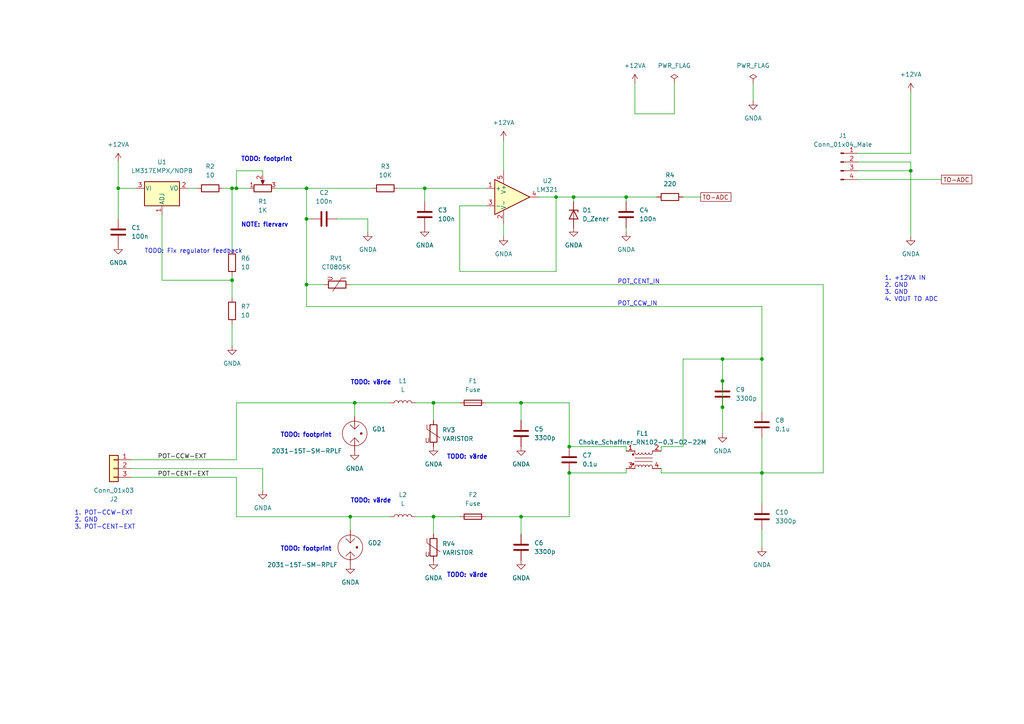
<source format=kicad_sch>
(kicad_sch (version 20230121) (generator eeschema)
  (paper "A4")
  (lib_symbols
    (symbol "Amplifier_Operational:LM321" (pin_names (offset 0.127))
      (property "Reference" "U" (at 0 7.62 0))
      (property "Value" "LM321" (at 0 5.08 0))
      (symbol "LM321_0_1"
        (polyline (pts (xy -5.08 5.08) (xy 5.08 0) (xy -5.08 -5.08) (xy -5.08 5.08)) (stroke (width 0.254)) (fill (type background)))
      )
      (symbol "LM321_1_1"
        (pin input line (at -7.62 2.54 0) (length 2.54) (name "+") (number "1"))
        (pin power_in line (at -2.54 -7.62 90) (length 3.81) (name "V-") (number "2"))
        (pin input line (at -7.62 -2.54 0) (length 2.54) (name "-") (number "3"))
        (pin output line (at 7.62 0 180) (length 2.54) (name "~") (number "4"))
        (pin power_in line (at -2.54 7.62 270) (length 3.81) (name "V+") (number "5"))
      )
    )
    (symbol "Connector:Conn_01x04_Male" (pin_names (offset 1.016) hide)
      (property "Reference" "J" (at 0 5.08 0))
      (property "Value" "Conn_01x04_Male" (at 0 -7.62 0))
      (symbol "Conn_01x04_Male_1_1"
        (polyline (pts (xy 1.27 -5.08) (xy 0.8636 -5.08)) (stroke (width 0.1524)))
        (polyline (pts (xy 1.27 -2.54) (xy 0.8636 -2.54)) (stroke (width 0.1524)))
        (polyline (pts (xy 1.27 0) (xy 0.8636 0)) (stroke (width 0.1524)))
        (polyline (pts (xy 1.27 2.54) (xy 0.8636 2.54)) (stroke (width 0.1524)))
        (rectangle (start 0.8636 -4.953) (end 0 -5.207) (stroke (width 0.1524)) (fill (type outline)))
        (rectangle (start 0.8636 -2.413) (end 0 -2.667) (stroke (width 0.1524)) (fill (type outline)))
        (rectangle (start 0.8636 0.127) (end 0 -0.127) (stroke (width 0.1524)) (fill (type outline)))
        (rectangle (start 0.8636 2.667) (end 0 2.413) (stroke (width 0.1524)) (fill (type outline)))
        (pin passive line (at 5.08 2.54 180) (length 3.81) (name "Pin_1") (number "1"))
        (pin passive line (at 5.08 0 180) (length 3.81) (name "Pin_2") (number "2"))
        (pin passive line (at 5.08 -2.54 180) (length 3.81) (name "Pin_3") (number "3"))
        (pin passive line (at 5.08 -5.08 180) (length 3.81) (name "Pin_4") (number "4"))
      )
    )
    (symbol "Connector_Generic:Conn_01x03" (pin_names (offset 1.016) hide)
      (property "Reference" "J" (at 0 5.08 0))
      (property "Value" "Conn_01x03" (at 0 -5.08 0))
      (symbol "Conn_01x03_1_1"
        (rectangle (start -1.27 -2.413) (end 0 -2.667) (stroke (width 0.1524)))
        (rectangle (start -1.27 0.127) (end 0 -0.127) (stroke (width 0.1524)))
        (rectangle (start -1.27 2.667) (end 0 2.413) (stroke (width 0.1524)))
        (rectangle (start -1.27 3.81) (end 1.27 -3.81) (stroke (width 0.254)) (fill (type background)))
        (pin passive line (at -5.08 2.54 0) (length 3.81) (name "Pin_1") (number "1"))
        (pin passive line (at -5.08 0 0) (length 3.81) (name "Pin_2") (number "2"))
        (pin passive line (at -5.08 -2.54 0) (length 3.81) (name "Pin_3") (number "3"))
      )
    )
    (symbol "Device:C" (pin_numbers hide) (pin_names (offset 0.254))
      (property "Reference" "C" (at 0.635 2.54 0))
      (property "Value" "C" (at 0.635 -2.54 0))
      (symbol "C_0_1"
        (polyline (pts (xy -2.032 -0.762) (xy 2.032 -0.762)) (stroke (width 0.508)))
        (polyline (pts (xy -2.032 0.762) (xy 2.032 0.762)) (stroke (width 0.508)))
      )
      (symbol "C_1_1"
        (pin passive line (at 0 3.81 270) (length 2.794) (name "~") (number "1"))
        (pin passive line (at 0 -3.81 90) (length 2.794) (name "~") (number "2"))
      )
    )
    (symbol "Device:D_Zener" (pin_numbers hide) (pin_names (offset 1.016) hide)
      (property "Reference" "D" (at 0 2.54 0))
      (property "Value" "D_Zener" (at 0 -2.54 0))
      (symbol "D_Zener_0_1"
        (polyline (pts (xy 1.27 0) (xy -1.27 0)))
        (polyline (pts (xy -1.27 -1.27) (xy -1.27 1.27) (xy -0.762 1.27)) (stroke (width 0.254)))
        (polyline (pts (xy 1.27 -1.27) (xy 1.27 1.27) (xy -1.27 0) (xy 1.27 -1.27)) (stroke (width 0.254)))
      )
      (symbol "D_Zener_1_1"
        (pin passive line (at -3.81 0 0) (length 2.54) (name "K") (number "1"))
        (pin passive line (at 3.81 0 180) (length 2.54) (name "A") (number "2"))
      )
    )
    (symbol "Device:Fuse" (pin_numbers hide) (pin_names (offset 0))
      (property "Reference" "F" (at 2.032 0 90))
      (property "Value" "Fuse" (at -1.905 0 90))
      (symbol "Fuse_0_1"
        (rectangle (start -0.762 -2.54) (end 0.762 2.54) (stroke (width 0.254)))
        (polyline (pts (xy 0 2.54) (xy 0 -2.54)))
      )
      (symbol "Fuse_1_1"
        (pin passive line (at 0 3.81 270) (length 1.27) (name "~") (number "1"))
        (pin passive line (at 0 -3.81 90) (length 1.27) (name "~") (number "2"))
      )
    )
    (symbol "Device:GDT_2Pin" (pin_numbers hide)
      (property "Reference" "GD" (at 5.08 0 90))
      (property "Value" "GDT_2Pin" (at 7.62 0 90))
      (symbol "GDT_2Pin_0_1"
        (polyline (pts (xy 0 -2.54) (xy 0 -1.27)))
        (polyline (pts (xy 0 -1.27) (xy -1.27 -2.54)))
        (polyline (pts (xy 0 -1.27) (xy 1.27 -2.54)))
        (polyline (pts (xy 0 1.27) (xy -1.27 2.54)))
        (polyline (pts (xy 0 1.27) (xy 1.27 2.54)))
        (polyline (pts (xy 0 2.54) (xy 0 1.27)))
        (circle (center 0 0) (radius 3.5814))
        (circle (center 1.905 0) (radius 0.127))
        (circle (center 1.905 0) (radius 0.127))
        (circle (center 1.905 0) (radius 0.2794))
        (circle (center 2.032 0) (radius 0.127))
      )
      (symbol "GDT_2Pin_1_1"
        (pin passive line (at 0 -5.08 90) (length 2.54) (name "~") (number "1"))
        (pin passive line (at 0 5.08 270) (length 2.54) (name "~") (number "3"))
      )
    )
    (symbol "Device:L" (pin_numbers hide) (pin_names (offset 1.016) hide)
      (property "Reference" "L" (at -1.27 0 90))
      (property "Value" "L" (at 1.905 0 90))
      (symbol "L_0_1"
        (arc (start 0 -2.54) (mid 0.6323 -1.905) (end 0 -1.27))
        (arc (start 0 -1.27) (mid 0.6323 -0.635) (end 0 0))
        (arc (start 0 0) (mid 0.6323 0.635) (end 0 1.27))
        (arc (start 0 1.27) (mid 0.6323 1.905) (end 0 2.54))
      )
      (symbol "L_1_1"
        (pin passive line (at 0 3.81 270) (length 1.27) (name "1") (number "1"))
        (pin passive line (at 0 -3.81 90) (length 1.27) (name "2") (number "2"))
      )
    )
    (symbol "Device:R" (pin_numbers hide) (pin_names (offset 0))
      (property "Reference" "R" (at 2.032 0 90))
      (property "Value" "R" (at 0 0 90))
      (symbol "R_0_1"
        (rectangle (start -1.016 -2.54) (end 1.016 2.54) (stroke (width 0.254)))
      )
      (symbol "R_1_1"
        (pin passive line (at 0 3.81 270) (length 1.27) (name "~") (number "1"))
        (pin passive line (at 0 -3.81 90) (length 1.27) (name "~") (number "2"))
      )
    )
    (symbol "Device:R_Potentiometer" (pin_names (offset 1.016) hide)
      (property "Reference" "RV" (at -4.445 0 90))
      (property "Value" "R_Potentiometer" (at -2.54 0 90))
      (symbol "R_Potentiometer_0_1"
        (polyline (pts (xy 2.54 0) (xy 1.524 0)))
        (polyline (pts (xy 1.143 0) (xy 2.286 0.508) (xy 2.286 -0.508) (xy 1.143 0)) (fill (type outline)))
        (rectangle (start 1.016 2.54) (end -1.016 -2.54) (stroke (width 0.254)))
      )
      (symbol "R_Potentiometer_1_1"
        (pin passive line (at 0 3.81 270) (length 1.27) (name "1") (number "1"))
        (pin passive line (at 3.81 0 180) (length 1.27) (name "2") (number "2"))
        (pin passive line (at 0 -3.81 90) (length 1.27) (name "3") (number "3"))
      )
    )
    (symbol "Device:Varistor" (pin_numbers hide) (pin_names (offset 0))
      (property "Reference" "RV" (at 3.175 0 90))
      (property "Value" "Varistor" (at -3.175 0 90))
      (symbol "Varistor_0_0"
        (text "U" (at -1.778 -2.032 0) (effects (font (size 1.27 1.27))))
      )
      (symbol "Varistor_0_1"
        (rectangle (start -1.016 -2.54) (end 1.016 2.54) (stroke (width 0.254)))
        (polyline (pts (xy -1.905 2.54) (xy -1.905 1.27) (xy 1.905 -1.27)))
      )
      (symbol "Varistor_1_1"
        (pin passive line (at 0 3.81 270) (length 1.27) (name "~") (number "1"))
        (pin passive line (at 0 -3.81 90) (length 1.27) (name "~") (number "2"))
      )
    )
    (symbol "Filter:Choke_Schaffner_RN102-0.3-02-22M" (pin_names hide)
      (property "Reference" "FL" (at 0 5.08 0))
      (property "Value" "Choke_Schaffner_RN102-0.3-02-22M" (at 0 -5.08 0))
      (symbol "Choke_Schaffner_RN102-0.3-02-22M_1_1"
        (circle (center -3.048 -1.27) (radius 0.254) (fill (type outline)))
        (circle (center -3.048 1.524) (radius 0.254) (fill (type outline)))
        (arc (start -2.54 2.032) (mid -2.032 1.5262) (end -1.524 2.032))
        (arc (start -1.524 -2.032) (mid -2.032 -1.5262) (end -2.54 -2.032))
        (arc (start -1.524 2.032) (mid -1.016 1.5262) (end -0.508 2.032))
        (arc (start -0.508 -2.032) (mid -1.016 -1.5262) (end -1.524 -2.032))
        (arc (start -0.508 2.032) (mid 0 1.5262) (end 0.508 2.032))
        (polyline (pts (xy -2.54 -2.032) (xy -2.54 -2.54)))
        (polyline (pts (xy -2.54 0.508) (xy 2.54 0.508)))
        (polyline (pts (xy -2.54 2.032) (xy -2.54 2.54)))
        (polyline (pts (xy 2.54 -2.032) (xy 2.54 -2.54)))
        (polyline (pts (xy 2.54 -0.508) (xy -2.54 -0.508)))
        (polyline (pts (xy 2.54 2.54) (xy 2.54 2.032)))
        (arc (start 0.508 -2.032) (mid 0 -1.5262) (end -0.508 -2.032))
        (arc (start 0.508 2.032) (mid 1.016 1.5262) (end 1.524 2.032))
        (arc (start 1.524 -2.032) (mid 1.016 -1.5262) (end 0.508 -2.032))
        (arc (start 1.524 2.032) (mid 2.032 1.5262) (end 2.54 2.032))
        (arc (start 2.54 -2.032) (mid 2.032 -1.5262) (end 1.524 -2.032))
        (pin passive line (at -5.08 2.54 0) (length 2.54) (name "1") (number "1"))
        (pin passive line (at 5.08 2.54 180) (length 2.54) (name "2") (number "2"))
        (pin passive line (at -5.08 -2.54 0) (length 2.54) (name "3") (number "3"))
        (pin passive line (at 5.08 -2.54 180) (length 2.54) (name "4") (number "4"))
      )
    )
    (symbol "Regulator_Linear:LM317_SOT-223" (pin_names (offset 0.254))
      (property "Reference" "U" (at -3.81 3.175 0))
      (property "Value" "LM317_SOT-223" (at 0 3.175 0))
      (symbol "LM317_SOT-223_0_1"
        (rectangle (start -5.08 1.905) (end 5.08 -5.08) (stroke (width 0.254)) (fill (type background)))
      )
      (symbol "LM317_SOT-223_1_1"
        (pin input line (at 0 -7.62 90) (length 2.54) (name "ADJ") (number "1"))
        (pin power_out line (at 7.62 0 180) (length 2.54) (name "VO") (number "2"))
        (pin power_in line (at -7.62 0 0) (length 2.54) (name "VI") (number "3"))
      )
    )
    (symbol "power:+12VA" (power) (pin_names (offset 0))
      (property "Value" "+12VA" (at 0 3.556 0))
      (symbol "+12VA_0_1"
        (polyline (pts (xy -0.762 1.27) (xy 0 2.54)))
        (polyline (pts (xy 0 0) (xy 0 2.54)))
        (polyline (pts (xy 0 2.54) (xy 0.762 1.27)))
      )
      (symbol "+12VA_1_1"
        (pin power_in line (at 0 0 90) (length 0) hide (name "+12VA") (number "1"))
      )
    )
    (symbol "power:GNDA" (power) (pin_names (offset 0))
      (property "Value" "GNDA" (at 0 -3.81 0))
      (symbol "GNDA_0_1"
        (polyline (pts (xy 0 0) (xy 0 -1.27) (xy 1.27 -1.27) (xy 0 -2.54) (xy -1.27 -1.27) (xy 0 -1.27)))
      )
      (symbol "GNDA_1_1"
        (pin power_in line (at 0 0 270) (length 0) hide (name "GNDA") (number "1"))
      )
    )
    (symbol "power:PWR_FLAG" (power) (pin_numbers hide) (pin_names (offset 0) hide)
      (property "Value" "PWR_FLAG" (at 0 3.81 0))
      (symbol "PWR_FLAG_0_0"
        (pin power_out line (at 0 0 90) (length 0) (name "pwr") (number "1"))
      )
      (symbol "PWR_FLAG_0_1"
        (polyline (pts (xy 0 0) (xy 0 1.27) (xy -1.016 1.905) (xy 0 2.54) (xy 1.016 1.905) (xy 0 1.27)))
      )
    )
  )
  (junction (at 264.16 49.53))
  (junction (at 88.9 54.61))
  (junction (at 220.98 104.14))
  (junction (at 125.73 149.86))
  (junction (at 161.29 57.15))
  (junction (at 151.13 116.84))
  (junction (at 165.1 137.16))
  (junction (at 68.58 54.61))
  (junction (at 181.61 57.15))
  (junction (at 165.1 129.54))
  (junction (at 209.55 104.14))
  (junction (at 151.13 149.86))
  (junction (at 102.87 116.84))
  (junction (at 209.55 118.11))
  (junction (at 34.29 54.61))
  (junction (at 88.9 82.55))
  (junction (at 125.73 116.84))
  (junction (at 209.55 110.49))
  (junction (at 67.31 81.28))
  (junction (at 220.98 137.16))
  (junction (at 67.31 54.61))
  (junction (at 88.9 63.5))
  (junction (at 123.19 54.61))
  (junction (at 101.6 149.86))
  (junction (at 166.37 57.15))
  (wire (pts (xy 181.61 57.15) (xy 190.5 57.15)))
  (wire (pts (xy 46.99 81.28) (xy 67.31 81.28)))
  (wire (pts (xy 191.77 137.16) (xy 191.77 135.89)))
  (wire (pts (xy 115.57 54.61) (xy 123.19 54.61)))
  (wire (pts (xy 68.58 54.61) (xy 72.39 54.61)))
  (wire (pts (xy 191.77 137.16) (xy 220.98 137.16)))
  (wire (pts (xy 191.77 129.54) (xy 191.77 130.81)))
  (wire (pts (xy 264.16 46.99) (xy 264.16 49.53)))
  (wire (pts (xy 68.58 116.84) (xy 102.87 116.84)))
  (wire (pts (xy 88.9 54.61) (xy 107.95 54.61)))
  (wire (pts (xy 161.29 57.15) (xy 161.29 78.74)))
  (wire (pts (xy 161.29 57.15) (xy 156.21 57.15)))
  (wire (pts (xy 140.97 116.84) (xy 151.13 116.84)))
  (wire (pts (xy 76.2 50.8) (xy 76.2 49.53)))
  (wire (pts (xy 195.58 33.02) (xy 184.15 33.02)))
  (wire (pts (xy 181.61 137.16) (xy 181.61 135.89)))
  (wire (pts (xy 125.73 149.86) (xy 120.65 149.86)))
  (wire (pts (xy 123.19 54.61) (xy 123.19 58.42)))
  (wire (pts (xy 67.31 54.61) (xy 68.58 54.61)))
  (wire (pts (xy 67.31 93.98) (xy 67.31 100.33)))
  (wire (pts (xy 151.13 149.86) (xy 165.1 149.86)))
  (wire (pts (xy 181.61 57.15) (xy 181.61 58.42)))
  (wire (pts (xy 220.98 127) (xy 220.98 137.16)))
  (wire (pts (xy 209.55 104.14) (xy 209.55 110.49)))
  (wire (pts (xy 133.35 59.69) (xy 133.35 78.74)))
  (wire (pts (xy 90.17 63.5) (xy 88.9 63.5)))
  (wire (pts (xy 248.92 44.45) (xy 264.16 44.45)))
  (wire (pts (xy 38.1 138.43) (xy 68.58 138.43)))
  (wire (pts (xy 101.6 149.86) (xy 113.03 149.86)))
  (wire (pts (xy 34.29 54.61) (xy 39.37 54.61)))
  (wire (pts (xy 184.15 33.02) (xy 184.15 24.13)))
  (wire (pts (xy 125.73 116.84) (xy 125.73 121.92)))
  (wire (pts (xy 54.61 54.61) (xy 57.15 54.61)))
  (wire (pts (xy 209.55 110.49) (xy 209.55 118.11)))
  (wire (pts (xy 67.31 54.61) (xy 67.31 72.39)))
  (wire (pts (xy 140.97 59.69) (xy 133.35 59.69)))
  (wire (pts (xy 146.05 40.64) (xy 146.05 49.53)))
  (wire (pts (xy 46.99 81.28) (xy 46.99 62.23)))
  (wire (pts (xy 195.58 24.13) (xy 195.58 33.02)))
  (wire (pts (xy 101.6 82.55) (xy 238.76 82.55)))
  (wire (pts (xy 198.12 57.15) (xy 203.2 57.15)))
  (wire (pts (xy 264.16 26.67) (xy 264.16 44.45)))
  (wire (pts (xy 248.92 46.99) (xy 264.16 46.99)))
  (wire (pts (xy 102.87 116.84) (xy 102.87 120.65)))
  (wire (pts (xy 120.65 116.84) (xy 125.73 116.84)))
  (wire (pts (xy 68.58 138.43) (xy 68.58 149.86)))
  (wire (pts (xy 165.1 149.86) (xy 165.1 137.16)))
  (wire (pts (xy 218.44 24.13) (xy 218.44 29.21)))
  (wire (pts (xy 151.13 116.84) (xy 151.13 121.92)))
  (wire (pts (xy 88.9 88.9) (xy 220.98 88.9)))
  (wire (pts (xy 123.19 54.61) (xy 140.97 54.61)))
  (wire (pts (xy 34.29 46.99) (xy 34.29 54.61)))
  (wire (pts (xy 209.55 104.14) (xy 198.12 104.14)))
  (wire (pts (xy 209.55 118.11) (xy 209.55 125.73)))
  (wire (pts (xy 125.73 116.84) (xy 133.35 116.84)))
  (wire (pts (xy 106.68 63.5) (xy 106.68 67.31)))
  (wire (pts (xy 248.92 52.07) (xy 273.05 52.07)))
  (wire (pts (xy 68.58 49.53) (xy 68.58 54.61)))
  (wire (pts (xy 76.2 49.53) (xy 68.58 49.53)))
  (wire (pts (xy 38.1 135.89) (xy 76.2 135.89)))
  (wire (pts (xy 64.77 54.61) (xy 67.31 54.61)))
  (wire (pts (xy 198.12 129.54) (xy 191.77 129.54)))
  (wire (pts (xy 220.98 104.14) (xy 209.55 104.14)))
  (wire (pts (xy 151.13 116.84) (xy 165.1 116.84)))
  (wire (pts (xy 181.61 129.54) (xy 181.61 130.81)))
  (wire (pts (xy 106.68 63.5) (xy 97.79 63.5)))
  (wire (pts (xy 334.01 60.96) (xy 320.04 60.96)))
  (wire (pts (xy 67.31 81.28) (xy 67.31 86.36)))
  (wire (pts (xy 68.58 149.86) (xy 101.6 149.86)))
  (wire (pts (xy 220.98 137.16) (xy 220.98 146.05)))
  (wire (pts (xy 264.16 49.53) (xy 248.92 49.53)))
  (wire (pts (xy 133.35 78.74) (xy 161.29 78.74)))
  (wire (pts (xy 334.01 73.66) (xy 334.01 77.47)))
  (wire (pts (xy 76.2 135.89) (xy 76.2 142.24)))
  (wire (pts (xy 334.01 66.04) (xy 334.01 60.96)))
  (wire (pts (xy 102.87 116.84) (xy 113.03 116.84)))
  (wire (pts (xy 165.1 116.84) (xy 165.1 129.54)))
  (wire (pts (xy 165.1 137.16) (xy 181.61 137.16)))
  (wire (pts (xy 88.9 63.5) (xy 88.9 82.55)))
  (wire (pts (xy 34.29 54.61) (xy 34.29 63.5)))
  (wire (pts (xy 146.05 68.58) (xy 146.05 64.77)))
  (wire (pts (xy 165.1 129.54) (xy 181.61 129.54)))
  (wire (pts (xy 166.37 57.15) (xy 166.37 58.42)))
  (wire (pts (xy 80.01 54.61) (xy 88.9 54.61)))
  (wire (pts (xy 140.97 149.86) (xy 151.13 149.86)))
  (wire (pts (xy 101.6 149.86) (xy 101.6 153.67)))
  (wire (pts (xy 125.73 154.94) (xy 125.73 149.86)))
  (wire (pts (xy 166.37 57.15) (xy 181.61 57.15)))
  (wire (pts (xy 93.98 82.55) (xy 88.9 82.55)))
  (wire (pts (xy 264.16 49.53) (xy 264.16 68.58)))
  (wire (pts (xy 198.12 104.14) (xy 198.12 129.54)))
  (wire (pts (xy 161.29 57.15) (xy 166.37 57.15)))
  (wire (pts (xy 220.98 88.9) (xy 220.98 104.14)))
  (wire (pts (xy 220.98 104.14) (xy 220.98 119.38)))
  (wire (pts (xy 38.1 133.35) (xy 68.58 133.35)))
  (wire (pts (xy 238.76 82.55) (xy 238.76 137.16)))
  (wire (pts (xy 67.31 80.01) (xy 67.31 81.28)))
  (wire (pts (xy 181.61 67.31) (xy 181.61 66.04)))
  (wire (pts (xy 68.58 133.35) (xy 68.58 116.84)))
  (wire (pts (xy 220.98 153.67) (xy 220.98 158.75)))
  (wire (pts (xy 88.9 82.55) (xy 88.9 88.9)))
  (wire (pts (xy 125.73 149.86) (xy 133.35 149.86)))
  (wire (pts (xy 151.13 149.86) (xy 151.13 154.94)))
  (wire (pts (xy 238.76 137.16) (xy 220.98 137.16)))
  (wire (pts (xy 88.9 54.61) (xy 88.9 63.5)))
  (text "POT_CCW_IN" (at 179.07 88.9 0) (effects (font (size 1.27 1.27)) (justify left bottom)))
  (text "1. +12VA IN\n2. GND\n3. GND\n4. VOUT TO ADC" (at 256.54 87.63 0) (effects (font (size 1.27 1.27)) (justify left bottom)))
  (text "TODO: Fix regulator feedback\n" (at 41.91 73.66 0) (effects (font (size 1.27 1.27)) (justify left bottom)))
  (text "NOTE: flervarv" (at 69.85 66.04 0) (effects (font (size 1.27 1.27) (thickness 0.254) bold) (justify left bottom)))
  (text "TODO: värde" (at 101.6 146.05 0) (effects (font (size 1.27 1.27) (thickness 0.254) bold) (justify left bottom)))
  (text "TODO: footprint" (at 81.28 160.02 0) (effects (font (size 1.27 1.27) (thickness 0.254) bold) (justify left bottom)))
  (text "TODO: värde" (at 129.54 167.64 0) (effects (font (size 1.27 1.27) (thickness 0.254) bold) (justify left bottom)))
  (text "1. POT-CCW-EXT\n2. GND\n3. POT-CENT-EXT" (at 21.59 153.67 0) (effects (font (size 1.27 1.27)) (justify left bottom)))
  (text "POT_CENT_IN\n" (at 179.07 82.55 0) (effects (font (size 1.27 1.27)) (justify left bottom)))
  (text "TODO: värde" (at 129.54 133.35 0) (effects (font (size 1.27 1.27) (thickness 0.254) bold) (justify left bottom)))
  (text "TODO: footprint" (at 81.28 127 0) (effects (font (size 1.27 1.27) (thickness 0.254) bold) (justify left bottom)))
  (text "TODO: footprint" (at 69.85 46.99 0) (effects (font (size 1.27 1.27) (thickness 0.254) bold) (justify left bottom)))
  (text "TODO: värde" (at 101.6 111.76 0) (effects (font (size 1.27 1.27) (thickness 0.254) bold) (justify left bottom)))
  (label "POT-CENT-EXT" (at 45.72 138.43 0))
  (label "POT-CCW-EXT" (at 45.72 133.35 0))
  (global_label "TO-ADC" (shape passive) (at 273.05 52.07 0) (property "Intersheetrefs" "${INTERSHEET_REFS}" (effects hide)))
  (global_label "TO-ADC" (shape passive) (at 203.2 57.15 0) (property "Intersheetrefs" "${INTERSHEET_REFS}" (effects hide)))
  (global_label "TO-ADC" (shape passive) (at 320.04 60.96 180) (property "Intersheetrefs" "${INTERSHEET_REFS}" (effects hide)))
  (symbol (lib_id "power:GNDA") (at 209.55 125.73 0) (unit 1)
    (property "Reference" "#PWR09" (effects hide))
    (property "Value" "GNDA" (at 209.55 130.81 0))
  )
  (symbol (lib_id "Device:GDT_2Pin") (at 102.87 125.73 0) (unit 1)
    (property "Reference" "GD1" (at 107.95 124.4599 0) (effects (justify left)))
    (property "Value" "2031-15T-SM-RPLF" (at 78.74 130.81 0) (effects (justify left)))
  )
  (symbol (lib_id "power:+12VA") (at 34.29 46.99 0) (unit 1)
    (property "Reference" "#PWR017" (effects hide))
    (property "Value" "+12VA" (at 34.29 41.91 0))
  )
  (symbol (lib_id "power:PWR_FLAG") (at 195.58 24.13 0) (unit 1)
    (property "Reference" "#FLG01" (effects hide))
    (property "Value" "PWR_FLAG" (at 195.58 19.05 0))
  )
  (symbol (lib_id "power:GNDA") (at 166.37 66.04 0) (unit 1)
    (property "Reference" "#PWR06" (effects hide))
    (property "Value" "GNDA" (at 166.37 71.12 0))
  )
  (symbol (lib_id "power:GNDA") (at 102.87 130.81 0) (unit 1)
    (property "Reference" "#PWR015" (effects hide))
    (property "Value" "GNDA" (at 102.87 135.89 0))
  )
  (symbol (lib_id "Device:C") (at 165.1 133.35 0) (unit 1)
    (property "Reference" "C7" (at 168.91 132.0799 0) (effects (justify left)))
    (property "Value" "0.1u" (at 168.91 134.6199 0) (effects (justify left)))
    (property "Footprint" "Capacitor_SMD:C_1206_3216Metric" (effects hide))
  )
  (symbol (lib_id "Device:C") (at 220.98 149.86 0) (unit 1)
    (property "Reference" "C10" (at 224.79 148.5899 0) (effects (justify left)))
    (property "Value" "3300p" (at 224.79 151.1299 0) (effects (justify left)))
    (property "Footprint" "Capacitor_SMD:C_1206_3216Metric" (effects hide))
  )
  (symbol (lib_id "power:GNDA") (at 146.05 68.58 0) (unit 1)
    (property "Reference" "#PWR01" (effects hide))
    (property "Value" "GNDA" (at 146.05 73.66 0))
  )
  (symbol (lib_id "power:GNDA") (at 334.01 77.47 0) (unit 1)
    (property "Reference" "#PWR019" (effects hide))
    (property "Value" "GNDA" (at 334.01 82.55 0))
  )
  (symbol (lib_id "Amplifier_Operational:LM321") (at 148.59 57.15 0) (unit 1)
    (property "Reference" "U2" (at 158.75 52.451 0))
    (property "Value" "LM321" (at 158.75 54.991 0))
    (property "Footprint" "Package_TO_SOT_SMD:SOT-23-5" (effects hide))
    (property "Datasheet" "http://www.ti.com/lit/ds/symlink/lm321.pdf" (effects hide))
  )
  (symbol (lib_id "power:GNDA") (at 181.61 67.31 0) (unit 1)
    (property "Reference" "#PWR07" (effects hide))
    (property "Value" "GNDA" (at 181.61 72.39 0))
  )
  (symbol (lib_id "power:GNDA") (at 151.13 162.56 0) (unit 1)
    (property "Reference" "#PWR010" (effects hide))
    (property "Value" "GNDA" (at 151.13 167.64 0))
  )
  (symbol (lib_id "Device:R") (at 334.01 69.85 180) (unit 1)
    (property "Reference" "R5" (at 336.55 68.58 0) (effects (justify right)))
    (property "Value" "10M" (at 336.55 71.12 0) (effects (justify right)))
    (property "Footprint" "Resistor_SMD:R_0805_2012Metric" (effects hide))
  )
  (symbol (lib_id "Device:L") (at 116.84 116.84 90) (unit 1)
    (property "Reference" "L1" (at 116.84 110.49 90))
    (property "Value" "L" (at 116.84 113.03 90))
  )
  (symbol (lib_id "power:PWR_FLAG") (at 218.44 24.13 0) (unit 1)
    (property "Reference" "#FLG02" (effects hide))
    (property "Value" "PWR_FLAG" (at 218.44 19.05 0))
  )
  (symbol (lib_id "power:GNDA") (at 218.44 29.21 0) (unit 1)
    (property "Reference" "#PWR016" (effects hide))
    (property "Value" "GNDA" (at 218.44 34.29 0))
  )
  (symbol (lib_id "Device:L") (at 116.84 149.86 90) (unit 1)
    (property "Reference" "L2" (at 116.84 143.51 90))
    (property "Value" "L" (at 116.84 146.05 90))
  )
  (symbol (lib_id "Device:C") (at 220.98 123.19 0) (unit 1)
    (property "Reference" "C8" (at 224.79 121.9199 0) (effects (justify left)))
    (property "Value" "0.1u" (at 224.79 124.4599 0) (effects (justify left)))
    (property "Footprint" "Capacitor_SMD:C_1206_3216Metric" (effects hide))
  )
  (symbol (lib_id "power:GNDA") (at 34.29 71.12 0) (unit 1)
    (property "Reference" "#PWR02" (effects hide))
    (property "Value" "GNDA" (at 34.29 76.2 0))
  )
  (symbol (lib_id "Filter:Choke_Schaffner_RN102-0.3-02-22M") (at 186.69 133.35 0) (unit 1)
    (property "Reference" "FL1" (at 186.309 125.73 0))
    (property "Value" "Choke_Schaffner_RN102-0.3-02-22M" (at 186.309 128.27 0))
    (property "Footprint" "Inductor_THT:Choke_Schaffner_RN102-04-14.0x14.0mm" (effects hide))
    (property "Datasheet" "https://www.schaffner.com/products/download/product/datasheet/rn-series-common-mode-chokes-new/" (effects hide))
  )
  (symbol (lib_id "Connector_Generic:Conn_01x03") (at 33.02 135.89 0) (mirror y) (unit 1)
    (property "Reference" "J2" (at 33.02 144.78 0))
    (property "Value" "Conn_01x03" (at 33.02 142.24 0))
    (property "Footprint" "Connector_JST:JST_XH_B3B-XH-AM_1x03_P2.50mm_Vertical" (effects hide))
  )
  (symbol (lib_id "Device:R_Potentiometer") (at 76.2 54.61 90) (unit 1)
    (property "Reference" "R1" (at 76.2 58.42 90))
    (property "Value" "1K" (at 76.2 60.96 90))
  )
  (symbol (lib_id "power:GNDA") (at 220.98 158.75 0) (unit 1)
    (property "Reference" "#PWR08" (effects hide))
    (property "Value" "GNDA" (at 220.98 163.83 0))
  )
  (symbol (lib_id "Device:C") (at 151.13 158.75 0) (unit 1)
    (property "Reference" "C6" (at 154.94 157.4799 0) (effects (justify left)))
    (property "Value" "3300p" (at 154.94 160.0199 0) (effects (justify left)))
    (property "Footprint" "Capacitor_SMD:C_1206_3216Metric" (effects hide))
  )
  (symbol (lib_id "Device:C") (at 34.29 67.31 0) (unit 1)
    (property "Reference" "C1" (at 38.1 66.0399 0) (effects (justify left)))
    (property "Value" "100n" (at 38.1 68.5799 0) (effects (justify left)))
    (property "Footprint" "Capacitor_SMD:C_0805_2012Metric" (effects hide))
  )
  (symbol (lib_id "Device:C") (at 151.13 125.73 0) (unit 1)
    (property "Reference" "C5" (at 154.94 124.4599 0) (effects (justify left)))
    (property "Value" "3300p" (at 154.94 126.9999 0) (effects (justify left)))
    (property "Footprint" "Capacitor_SMD:C_1206_3216Metric" (effects hide))
  )
  (symbol (lib_id "power:GNDA") (at 264.16 68.58 0) (mirror y) (unit 1)
    (property "Reference" "#PWR021" (effects hide))
    (property "Value" "GNDA" (at 264.16 73.66 0))
  )
  (symbol (lib_id "Device:C") (at 181.61 62.23 0) (unit 1)
    (property "Reference" "C4" (at 185.42 60.9599 0) (effects (justify left)))
    (property "Value" "100n" (at 185.42 63.4999 0) (effects (justify left)))
    (property "Footprint" "Capacitor_SMD:C_1206_3216Metric" (effects hide))
  )
  (symbol (lib_id "power:GNDA") (at 101.6 163.83 0) (unit 1)
    (property "Reference" "#PWR014" (effects hide))
    (property "Value" "GNDA" (at 101.6 168.91 0))
  )
  (symbol (lib_id "Connector:Conn_01x04_Male") (at 243.84 46.99 0) (unit 1)
    (property "Reference" "J1" (at 244.475 39.37 0))
    (property "Value" "Conn_01x04_Male" (at 244.475 41.91 0))
    (property "Footprint" "Connector_JST:JST_XH_B4B-XH-AM_1x04_P2.50mm_Vertical" (effects hide))
  )
  (symbol (lib_id "Device:Fuse") (at 137.16 116.84 90) (unit 1)
    (property "Reference" "F1" (at 137.16 110.49 90))
    (property "Value" "Fuse" (at 137.16 113.03 90))
  )
  (symbol (lib_id "power:GNDA") (at 76.2 142.24 0) (unit 1)
    (property "Reference" "#PWR022" (effects hide))
    (property "Value" "GNDA" (at 76.2 147.32 0))
  )
  (symbol (lib_id "Device:Varistor") (at 97.79 82.55 270) (unit 1)
    (property "Reference" "RV1" (at 97.5368 74.93 90))
    (property "Value" "CT0805K" (at 97.5368 77.47 90))
    (property "Footprint" "Resistor_SMD:R_0805_2012Metric" (effects hide))
  )
  (symbol (lib_id "Regulator_Linear:LM317_SOT-223") (at 46.99 54.61 0) (unit 1)
    (property "Reference" "U1" (at 46.99 46.99 0))
    (property "Value" "LM317EMPX/NOPB" (at 46.99 49.53 0))
    (property "Footprint" "Package_TO_SOT_SMD:SOT-223-3_TabPin2" (effects hide))
    (property "Datasheet" "http://www.ti.com/lit/ds/symlink/lm317.pdf" (effects hide))
  )
  (symbol (lib_id "power:GNDA") (at 125.73 129.54 0) (unit 1)
    (property "Reference" "#PWR012" (effects hide))
    (property "Value" "GNDA" (at 125.73 134.62 0))
  )
  (symbol (lib_id "power:+12VA") (at 146.05 40.64 0) (unit 1)
    (property "Reference" "#PWR020" (effects hide))
    (property "Value" "+12VA" (at 146.05 35.56 0))
  )
  (symbol (lib_id "Device:C") (at 209.55 114.3 0) (unit 1)
    (property "Reference" "C9" (at 213.36 113.0299 0) (effects (justify left)))
    (property "Value" "3300p" (at 213.36 115.5699 0) (effects (justify left)))
    (property "Footprint" "Capacitor_SMD:C_1206_3216Metric" (effects hide))
  )
  (symbol (lib_id "Device:R") (at 60.96 54.61 90) (unit 1)
    (property "Reference" "R2" (at 60.96 48.26 90))
    (property "Value" "10" (at 60.96 50.8 90))
    (property "Footprint" "Resistor_SMD:R_0805_2012Metric" (effects hide))
  )
  (symbol (lib_id "Device:D_Zener") (at 166.37 62.23 270) (unit 1)
    (property "Reference" "D1" (at 168.91 60.9599 90) (effects (justify left)))
    (property "Value" "D_Zener" (at 168.91 63.4999 90) (effects (justify left)))
  )
  (symbol (lib_id "power:GNDA") (at 106.68 67.31 0) (unit 1)
    (property "Reference" "#PWR04" (effects hide))
    (property "Value" "GNDA" (at 106.68 72.39 0))
  )
  (symbol (lib_id "Device:R") (at 111.76 54.61 90) (unit 1)
    (property "Reference" "R3" (at 111.76 48.26 90))
    (property "Value" "10K" (at 111.76 50.8 90))
    (property "Footprint" "Resistor_SMD:R_0805_2012Metric" (effects hide))
  )
  (symbol (lib_id "Device:C") (at 93.98 63.5 90) (unit 1)
    (property "Reference" "C2" (at 93.98 55.88 90))
    (property "Value" "100n" (at 93.98 58.42 90))
    (property "Footprint" "Capacitor_SMD:C_1206_3216Metric" (effects hide))
  )
  (symbol (lib_id "Device:R") (at 67.31 76.2 180) (unit 1)
    (property "Reference" "R6" (at 69.85 74.93 0) (effects (justify right)))
    (property "Value" "10" (at 69.85 77.47 0) (effects (justify right)))
    (property "Footprint" "Resistor_SMD:R_0805_2012Metric" (effects hide))
  )
  (symbol (lib_id "power:GNDA") (at 123.19 66.04 0) (unit 1)
    (property "Reference" "#PWR05" (effects hide))
    (property "Value" "GNDA" (at 123.19 71.12 0))
  )
  (symbol (lib_id "Device:Varistor") (at 125.73 158.75 0) (unit 1)
    (property "Reference" "RV4" (at 128.27 157.7331 0) (effects (justify left)))
    (property "Value" "VARISTOR" (at 128.27 160.2731 0) (effects (justify left)))
    (property "Footprint" "Resistor_SMD:R_0805_2012Metric" (effects hide))
  )
  (symbol (lib_id "power:+12VA") (at 184.15 24.13 0) (unit 1)
    (property "Reference" "#PWR03" (effects hide))
    (property "Value" "+12VA" (at 184.15 19.05 0))
  )
  (symbol (lib_id "power:GNDA") (at 67.31 100.33 0) (unit 1)
    (property "Reference" "#PWR023" (effects hide))
    (property "Value" "GNDA" (at 67.31 105.41 0))
  )
  (symbol (lib_id "Device:R") (at 194.31 57.15 90) (unit 1)
    (property "Reference" "R4" (at 194.31 50.8 90))
    (property "Value" "220" (at 194.31 53.34 90))
    (property "Footprint" "Resistor_SMD:R_0805_2012Metric" (effects hide))
  )
  (symbol (lib_id "power:+12VA") (at 264.16 26.67 0) (mirror y) (unit 1)
    (property "Reference" "#PWR018" (effects hide))
    (property "Value" "+12VA" (at 264.16 21.59 0))
  )
  (symbol (lib_id "Device:Varistor") (at 125.73 125.73 0) (unit 1)
    (property "Reference" "RV3" (at 128.27 124.7131 0) (effects (justify left)))
    (property "Value" "VARISTOR" (at 128.27 127.2531 0) (effects (justify left)))
  )
  (symbol (lib_id "Device:C") (at 123.19 62.23 0) (unit 1)
    (property "Reference" "C3" (at 127 60.9599 0) (effects (justify left)))
    (property "Value" "100n" (at 127 63.4999 0) (effects (justify left)))
    (property "Footprint" "Capacitor_SMD:C_1206_3216Metric" (effects hide))
  )
  (symbol (lib_id "power:GNDA") (at 125.73 162.56 0) (unit 1)
    (property "Reference" "#PWR013" (effects hide))
    (property "Value" "GNDA" (at 125.73 167.64 0))
  )
  (symbol (lib_id "Device:R") (at 67.31 90.17 180) (unit 1)
    (property "Reference" "R7" (at 69.85 88.9 0) (effects (justify right)))
    (property "Value" "10" (at 69.85 91.44 0) (effects (justify right)))
    (property "Footprint" "Resistor_SMD:R_0805_2012Metric" (effects hide))
  )
  (symbol (lib_id "power:GNDA") (at 151.13 129.54 0) (unit 1)
    (property "Reference" "#PWR011" (effects hide))
    (property "Value" "GNDA" (at 151.13 134.62 0))
  )
  (symbol (lib_id "Device:Fuse") (at 137.16 149.86 90) (unit 1)
    (property "Reference" "F2" (at 137.16 143.51 90))
    (property "Value" "Fuse" (at 137.16 146.05 90))
  )
  (symbol (lib_id "Device:GDT_2Pin") (at 101.6 158.75 0) (unit 1)
    (property "Reference" "GD2" (at 106.68 157.4799 0) (effects (justify left)))
    (property "Value" "2031-15T-SM-RPLF" (at 77.47 163.83 0) (effects (justify left)))
  )
)
</source>
